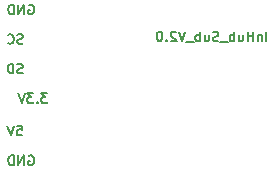
<source format=gbo>
G04 #@! TF.GenerationSoftware,KiCad,Pcbnew,(5.1.5)-3*
G04 #@! TF.CreationDate,2020-03-15T16:40:32+08:00*
G04 #@! TF.ProjectId,InHub_Sub,496e4875-625f-4537-9562-2e6b69636164,rev?*
G04 #@! TF.SameCoordinates,Original*
G04 #@! TF.FileFunction,Legend,Bot*
G04 #@! TF.FilePolarity,Positive*
%FSLAX46Y46*%
G04 Gerber Fmt 4.6, Leading zero omitted, Abs format (unit mm)*
G04 Created by KiCad (PCBNEW (5.1.5)-3) date 2020-03-15 16:40:32*
%MOMM*%
%LPD*%
G04 APERTURE LIST*
%ADD10C,0.160000*%
%ADD11C,1.626000*%
%ADD12R,1.626000X1.626000*%
%ADD13R,1.802000X1.802000*%
%ADD14O,1.802000X1.802000*%
%ADD15C,1.102000*%
G04 APERTURE END LIST*
D10*
X55565261Y-89267800D02*
X55643357Y-89228752D01*
X55760500Y-89228752D01*
X55877642Y-89267800D01*
X55955738Y-89345895D01*
X55994785Y-89423990D01*
X56033833Y-89580180D01*
X56033833Y-89697323D01*
X55994785Y-89853514D01*
X55955738Y-89931609D01*
X55877642Y-90009704D01*
X55760500Y-90048752D01*
X55682404Y-90048752D01*
X55565261Y-90009704D01*
X55526214Y-89970657D01*
X55526214Y-89697323D01*
X55682404Y-89697323D01*
X55174785Y-90048752D02*
X55174785Y-89228752D01*
X54706214Y-90048752D01*
X54706214Y-89228752D01*
X54315738Y-90048752D02*
X54315738Y-89228752D01*
X54120500Y-89228752D01*
X54003357Y-89267800D01*
X53925261Y-89345895D01*
X53886214Y-89423990D01*
X53847166Y-89580180D01*
X53847166Y-89697323D01*
X53886214Y-89853514D01*
X53925261Y-89931609D01*
X54003357Y-90009704D01*
X54120500Y-90048752D01*
X54315738Y-90048752D01*
X54596690Y-86728752D02*
X54987166Y-86728752D01*
X55026214Y-87119228D01*
X54987166Y-87080180D01*
X54909071Y-87041133D01*
X54713833Y-87041133D01*
X54635738Y-87080180D01*
X54596690Y-87119228D01*
X54557642Y-87197323D01*
X54557642Y-87392561D01*
X54596690Y-87470657D01*
X54635738Y-87509704D01*
X54713833Y-87548752D01*
X54909071Y-87548752D01*
X54987166Y-87509704D01*
X55026214Y-87470657D01*
X54323357Y-86728752D02*
X54050023Y-87548752D01*
X53776690Y-86728752D01*
X57150976Y-83978752D02*
X56643357Y-83978752D01*
X56916690Y-84291133D01*
X56799547Y-84291133D01*
X56721452Y-84330180D01*
X56682404Y-84369228D01*
X56643357Y-84447323D01*
X56643357Y-84642561D01*
X56682404Y-84720657D01*
X56721452Y-84759704D01*
X56799547Y-84798752D01*
X57033833Y-84798752D01*
X57111928Y-84759704D01*
X57150976Y-84720657D01*
X56291928Y-84720657D02*
X56252880Y-84759704D01*
X56291928Y-84798752D01*
X56330976Y-84759704D01*
X56291928Y-84720657D01*
X56291928Y-84798752D01*
X55979547Y-83978752D02*
X55471928Y-83978752D01*
X55745261Y-84291133D01*
X55628119Y-84291133D01*
X55550023Y-84330180D01*
X55510976Y-84369228D01*
X55471928Y-84447323D01*
X55471928Y-84642561D01*
X55510976Y-84720657D01*
X55550023Y-84759704D01*
X55628119Y-84798752D01*
X55862404Y-84798752D01*
X55940500Y-84759704D01*
X55979547Y-84720657D01*
X55237642Y-83978752D02*
X54964309Y-84798752D01*
X54690976Y-83978752D01*
X55084785Y-82259704D02*
X54967642Y-82298752D01*
X54772404Y-82298752D01*
X54694309Y-82259704D01*
X54655261Y-82220657D01*
X54616214Y-82142561D01*
X54616214Y-82064466D01*
X54655261Y-81986371D01*
X54694309Y-81947323D01*
X54772404Y-81908276D01*
X54928595Y-81869228D01*
X55006690Y-81830180D01*
X55045738Y-81791133D01*
X55084785Y-81713038D01*
X55084785Y-81634942D01*
X55045738Y-81556847D01*
X55006690Y-81517800D01*
X54928595Y-81478752D01*
X54733357Y-81478752D01*
X54616214Y-81517800D01*
X54264785Y-82298752D02*
X54264785Y-81478752D01*
X54069547Y-81478752D01*
X53952404Y-81517800D01*
X53874309Y-81595895D01*
X53835261Y-81673990D01*
X53796214Y-81830180D01*
X53796214Y-81947323D01*
X53835261Y-82103514D01*
X53874309Y-82181609D01*
X53952404Y-82259704D01*
X54069547Y-82298752D01*
X54264785Y-82298752D01*
X55084785Y-79759704D02*
X54967642Y-79798752D01*
X54772404Y-79798752D01*
X54694309Y-79759704D01*
X54655261Y-79720657D01*
X54616214Y-79642561D01*
X54616214Y-79564466D01*
X54655261Y-79486371D01*
X54694309Y-79447323D01*
X54772404Y-79408276D01*
X54928595Y-79369228D01*
X55006690Y-79330180D01*
X55045738Y-79291133D01*
X55084785Y-79213038D01*
X55084785Y-79134942D01*
X55045738Y-79056847D01*
X55006690Y-79017800D01*
X54928595Y-78978752D01*
X54733357Y-78978752D01*
X54616214Y-79017800D01*
X53796214Y-79720657D02*
X53835261Y-79759704D01*
X53952404Y-79798752D01*
X54030500Y-79798752D01*
X54147642Y-79759704D01*
X54225738Y-79681609D01*
X54264785Y-79603514D01*
X54303833Y-79447323D01*
X54303833Y-79330180D01*
X54264785Y-79173990D01*
X54225738Y-79095895D01*
X54147642Y-79017800D01*
X54030500Y-78978752D01*
X53952404Y-78978752D01*
X53835261Y-79017800D01*
X53796214Y-79056847D01*
X55565261Y-76517800D02*
X55643357Y-76478752D01*
X55760500Y-76478752D01*
X55877642Y-76517800D01*
X55955738Y-76595895D01*
X55994785Y-76673990D01*
X56033833Y-76830180D01*
X56033833Y-76947323D01*
X55994785Y-77103514D01*
X55955738Y-77181609D01*
X55877642Y-77259704D01*
X55760500Y-77298752D01*
X55682404Y-77298752D01*
X55565261Y-77259704D01*
X55526214Y-77220657D01*
X55526214Y-76947323D01*
X55682404Y-76947323D01*
X55174785Y-77298752D02*
X55174785Y-76478752D01*
X54706214Y-77298752D01*
X54706214Y-76478752D01*
X54315738Y-77298752D02*
X54315738Y-76478752D01*
X54120500Y-76478752D01*
X54003357Y-76517800D01*
X53925261Y-76595895D01*
X53886214Y-76673990D01*
X53847166Y-76830180D01*
X53847166Y-76947323D01*
X53886214Y-77103514D01*
X53925261Y-77181609D01*
X54003357Y-77259704D01*
X54120500Y-77298752D01*
X54315738Y-77298752D01*
X75703042Y-79569952D02*
X75703042Y-78749952D01*
X75312566Y-79023285D02*
X75312566Y-79569952D01*
X75312566Y-79101380D02*
X75273519Y-79062333D01*
X75195423Y-79023285D01*
X75078280Y-79023285D01*
X75000185Y-79062333D01*
X74961138Y-79140428D01*
X74961138Y-79569952D01*
X74570661Y-79569952D02*
X74570661Y-78749952D01*
X74570661Y-79140428D02*
X74102090Y-79140428D01*
X74102090Y-79569952D02*
X74102090Y-78749952D01*
X73360185Y-79023285D02*
X73360185Y-79569952D01*
X73711614Y-79023285D02*
X73711614Y-79452809D01*
X73672566Y-79530904D01*
X73594471Y-79569952D01*
X73477328Y-79569952D01*
X73399233Y-79530904D01*
X73360185Y-79491857D01*
X72969709Y-79569952D02*
X72969709Y-78749952D01*
X72969709Y-79062333D02*
X72891614Y-79023285D01*
X72735423Y-79023285D01*
X72657328Y-79062333D01*
X72618280Y-79101380D01*
X72579233Y-79179476D01*
X72579233Y-79413761D01*
X72618280Y-79491857D01*
X72657328Y-79530904D01*
X72735423Y-79569952D01*
X72891614Y-79569952D01*
X72969709Y-79530904D01*
X72423042Y-79648047D02*
X71798280Y-79648047D01*
X71642090Y-79530904D02*
X71524947Y-79569952D01*
X71329709Y-79569952D01*
X71251614Y-79530904D01*
X71212566Y-79491857D01*
X71173519Y-79413761D01*
X71173519Y-79335666D01*
X71212566Y-79257571D01*
X71251614Y-79218523D01*
X71329709Y-79179476D01*
X71485900Y-79140428D01*
X71563995Y-79101380D01*
X71603042Y-79062333D01*
X71642090Y-78984238D01*
X71642090Y-78906142D01*
X71603042Y-78828047D01*
X71563995Y-78789000D01*
X71485900Y-78749952D01*
X71290661Y-78749952D01*
X71173519Y-78789000D01*
X70470661Y-79023285D02*
X70470661Y-79569952D01*
X70822090Y-79023285D02*
X70822090Y-79452809D01*
X70783042Y-79530904D01*
X70704947Y-79569952D01*
X70587804Y-79569952D01*
X70509709Y-79530904D01*
X70470661Y-79491857D01*
X70080185Y-79569952D02*
X70080185Y-78749952D01*
X70080185Y-79062333D02*
X70002090Y-79023285D01*
X69845900Y-79023285D01*
X69767804Y-79062333D01*
X69728757Y-79101380D01*
X69689709Y-79179476D01*
X69689709Y-79413761D01*
X69728757Y-79491857D01*
X69767804Y-79530904D01*
X69845900Y-79569952D01*
X70002090Y-79569952D01*
X70080185Y-79530904D01*
X69533519Y-79648047D02*
X68908757Y-79648047D01*
X68830661Y-78749952D02*
X68557328Y-79569952D01*
X68283995Y-78749952D01*
X68049709Y-78828047D02*
X68010661Y-78789000D01*
X67932566Y-78749952D01*
X67737328Y-78749952D01*
X67659233Y-78789000D01*
X67620185Y-78828047D01*
X67581138Y-78906142D01*
X67581138Y-78984238D01*
X67620185Y-79101380D01*
X68088757Y-79569952D01*
X67581138Y-79569952D01*
X67229709Y-79491857D02*
X67190661Y-79530904D01*
X67229709Y-79569952D01*
X67268757Y-79530904D01*
X67229709Y-79491857D01*
X67229709Y-79569952D01*
X66683042Y-78749952D02*
X66604947Y-78749952D01*
X66526852Y-78789000D01*
X66487804Y-78828047D01*
X66448757Y-78906142D01*
X66409709Y-79062333D01*
X66409709Y-79257571D01*
X66448757Y-79413761D01*
X66487804Y-79491857D01*
X66526852Y-79530904D01*
X66604947Y-79569952D01*
X66683042Y-79569952D01*
X66761138Y-79530904D01*
X66800185Y-79491857D01*
X66839233Y-79413761D01*
X66878280Y-79257571D01*
X66878280Y-79062333D01*
X66839233Y-78906142D01*
X66800185Y-78828047D01*
X66761138Y-78789000D01*
X66683042Y-78749952D01*
%LPC*%
D11*
X73723500Y-81356200D03*
X76263500Y-81356200D03*
X73723500Y-83896200D03*
X76263500Y-83896200D03*
X73723500Y-86436200D03*
X76263500Y-86436200D03*
X73723500Y-88976200D03*
D12*
X76263500Y-88976200D03*
D13*
X52457700Y-89536800D03*
D14*
X49917700Y-89536800D03*
X52457700Y-86996800D03*
X49917700Y-86996800D03*
X52457700Y-84456800D03*
X49917700Y-84456800D03*
X52457700Y-81916800D03*
X49917700Y-81916800D03*
X52457700Y-79376800D03*
X49917700Y-79376800D03*
X52457700Y-76836800D03*
X49917700Y-76836800D03*
D15*
X57294600Y-77762100D03*
X59194600Y-77762100D03*
M02*

</source>
